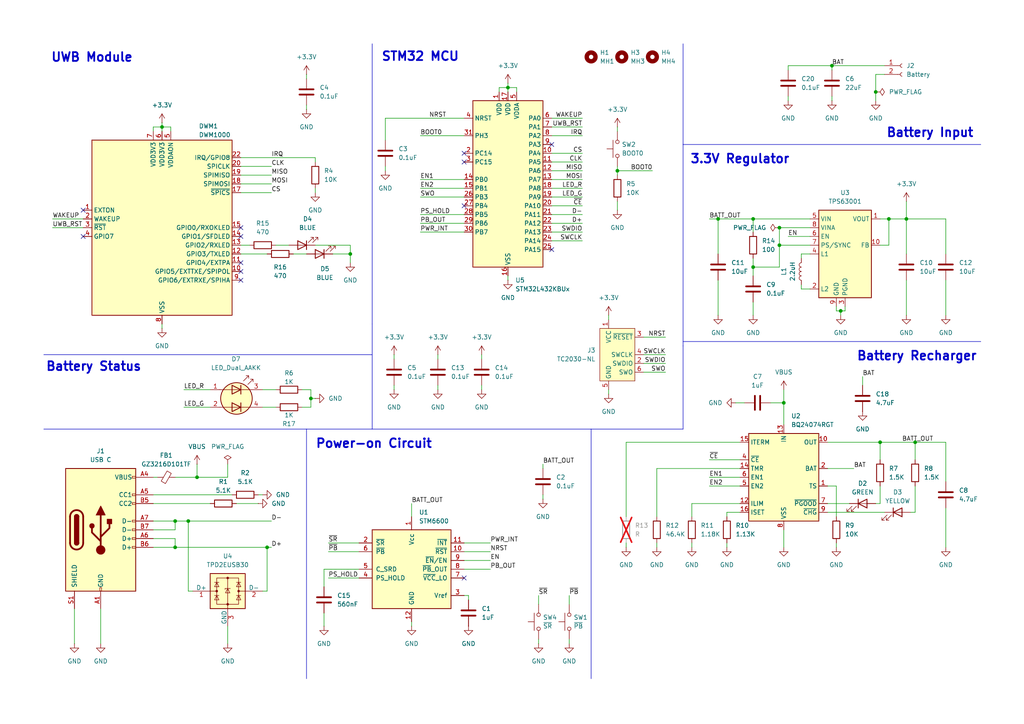
<source format=kicad_sch>
(kicad_sch (version 20250114) (generator "eeschema") (generator_version "9.0")
  (paper "A4")
  (title_block (title "UWB Anchor") (date "2025-09-13") (company "Nicolas Farabegoli"))
  (text "3.3V Regulator" (at 214.63 46.228 0) (effects (font (size 2.54 2.54) (thickness 0.508) (bold yes))))
  (text "Battery Recharger" (at 265.938 103.378 0) (effects (font (size 2.54 2.54) (thickness 0.508) (bold yes))))
  (text "Power-on Circuit" (at 108.458 128.778 0) (effects (font (size 2.54 2.54) (thickness 0.508) (bold yes))))
  (text "STM32 MCU" (at 121.92 16.51 0) (effects (font (size 2.54 2.54) (thickness 0.508) (bold yes))))
  (text "Battery Status" (at 27.178 106.426 0) (effects (font (size 2.54 2.54) (thickness 0.508) (bold yes))))
  (text "Battery Input" (at 269.748 38.608 0) (effects (font (size 2.54 2.54) (thickness 0.508) (bold yes))))
  (text "UWB Module" (at 26.67 16.764 0) (effects (font (size 2.54 2.54) (thickness 0.508) (bold yes))))
  (junction (at 46.99 36.83))
  (junction (at 227.33 116.84))
  (junction (at 50.8 151.13))
  (junction (at 54.61 151.13))
  (junction (at 226.06 66.04))
  (junction (at 262.89 63.5))
  (junction (at 255.27 128.27))
  (junction (at 101.6 73.66))
  (junction (at 50.8 158.75))
  (junction (at 226.06 71.12))
  (junction (at 147.32 25.4))
  (junction (at 257.81 63.5))
  (junction (at 265.43 128.27))
  (junction (at 179.07 49.53))
  (junction (at 218.44 63.5))
  (junction (at 218.44 77.47))
  (junction (at 241.3 19.05))
  (junction (at 57.15 138.43))
  (junction (at 90.17 115.57))
  (junction (at 254 26.67))
  (junction (at 77.47 158.75))
  (junction (at 243.84 90.17))
  (junction (at 208.28 63.5))
  (no_connect (at 160.02 41.91))
  (no_connect (at 134.62 44.45))
  (no_connect (at 69.85 76.2))
  (no_connect (at 134.62 46.99))
  (no_connect (at 134.62 167.64))
  (no_connect (at 69.85 78.74))
  (no_connect (at 69.85 68.58))
  (no_connect (at 160.02 72.39))
  (no_connect (at 24.13 60.96))
  (no_connect (at 69.85 66.04))
  (no_connect (at 134.62 59.69))
  (no_connect (at 24.13 68.58))
  (no_connect (at 69.85 81.28))
  (wire (pts (xy 88.9 30.48) (xy 88.9 31.75)))
  (wire (pts (xy 240.03 148.59) (xy 256.54 148.59)))
  (wire (pts (xy 179.07 58.42) (xy 179.07 60.96)))
  (wire (pts (xy 127 111.76) (xy 127 113.03)))
  (wire (pts (xy 90.17 115.57) (xy 91.44 115.57)))
  (wire (pts (xy 190.5 157.48) (xy 190.5 158.75)))
  (wire (pts (xy 21.59 176.53) (xy 21.59 186.69)))
  (wire (pts (xy 44.45 158.75) (xy 50.8 158.75)))
  (wire (pts (xy 227.33 116.84) (xy 227.33 123.19)))
  (wire (pts (xy 226.06 66.04) (xy 234.95 66.04)))
  (wire (pts (xy 218.44 77.47) (xy 218.44 80.01)))
  (wire (pts (xy 80.01 71.12) (xy 83.82 71.12)))
  (wire (pts (xy 243.84 90.17) (xy 245.11 90.17)))
  (wire (pts (xy 95.25 160.02) (xy 104.14 160.02)))
  (wire (pts (xy 181.61 157.48) (xy 181.61 158.75)))
  (wire (pts (xy 264.16 148.59) (xy 265.43 148.59)))
  (wire (pts (xy 93.98 177.8) (xy 93.98 181.61)))
  (wire (pts (xy 15.24 63.5) (xy 24.13 63.5)))
  (wire (pts (xy 77.47 158.75) (xy 78.74 158.75)))
  (polyline (pts (xy 198.12 99.06) (xy 284.48 99.06)))
  (wire (pts (xy 134.62 162.56) (xy 142.24 162.56)))
  (wire (pts (xy 114.3 102.87) (xy 114.3 104.14)))
  (wire (pts (xy 255.27 63.5) (xy 257.81 63.5)))
  (wire (pts (xy 57.15 138.43) (xy 66.04 138.43)))
  (wire (pts (xy 160.02 64.77) (xy 168.91 64.77)))
  (wire (pts (xy 274.32 128.27) (xy 265.43 128.27)))
  (wire (pts (xy 226.06 66.04) (xy 226.06 71.12)))
  (wire (pts (xy 44.45 138.43) (xy 45.72 138.43)))
  (wire (pts (xy 96.52 73.66) (xy 101.6 73.66)))
  (wire (pts (xy 205.74 138.43) (xy 214.63 138.43)))
  (wire (pts (xy 214.63 146.05) (xy 200.66 146.05)))
  (wire (pts (xy 210.82 148.59) (xy 210.82 149.86)))
  (wire (pts (xy 49.53 38.1) (xy 49.53 36.83)))
  (wire (pts (xy 44.45 143.51) (xy 67.31 143.51)))
  (wire (pts (xy 241.3 19.05) (xy 256.54 19.05)))
  (polyline (pts (xy 198.12 41.91) (xy 284.48 41.91)))
  (wire (pts (xy 242.57 140.97) (xy 242.57 149.86)))
  (wire (pts (xy 241.3 19.05) (xy 241.3 20.32)))
  (wire (pts (xy 186.69 107.95) (xy 193.04 107.95)))
  (wire (pts (xy 44.45 38.1) (xy 44.45 36.83)))
  (wire (pts (xy 160.02 67.31) (xy 168.91 67.31)))
  (wire (pts (xy 134.62 160.02) (xy 142.24 160.02)))
  (wire (pts (xy 50.8 151.13) (xy 54.61 151.13)))
  (wire (pts (xy 46.99 36.83) (xy 46.99 38.1)))
  (wire (pts (xy 165.1 185.42) (xy 165.1 186.69)))
  (wire (pts (xy 240.03 140.97) (xy 242.57 140.97)))
  (wire (pts (xy 241.3 27.94) (xy 241.3 29.21)))
  (polyline (pts (xy 12.7 102.87) (xy 107.95 102.87)))
  (wire (pts (xy 218.44 74.93) (xy 218.44 77.47)))
  (wire (pts (xy 265.43 148.59) (xy 265.43 140.97)))
  (wire (pts (xy 44.45 146.05) (xy 60.96 146.05)))
  (wire (pts (xy 274.32 147.32) (xy 274.32 158.75)))
  (wire (pts (xy 121.92 57.15) (xy 134.62 57.15)))
  (wire (pts (xy 111.76 34.29) (xy 134.62 34.29)))
  (wire (pts (xy 121.92 64.77) (xy 134.62 64.77)))
  (wire (pts (xy 101.6 71.12) (xy 101.6 73.66)))
  (polyline (pts (xy 107.95 93.98) (xy 107.95 124.46)))
  (polyline (pts (xy 88.9 124.46) (xy 88.9 196.85)))
  (wire (pts (xy 227.33 113.03) (xy 227.33 116.84)))
  (wire (pts (xy 121.92 54.61) (xy 134.62 54.61)))
  (wire (pts (xy 77.47 158.75) (xy 77.47 171.45)))
  (wire (pts (xy 127 102.87) (xy 127 104.14)))
  (wire (pts (xy 274.32 139.7) (xy 274.32 128.27)))
  (wire (pts (xy 245.11 90.17) (xy 245.11 88.9)))
  (wire (pts (xy 101.6 73.66) (xy 101.6 76.2)))
  (wire (pts (xy 262.89 81.28) (xy 262.89 91.44)))
  (wire (pts (xy 168.91 34.29) (xy 160.02 34.29)))
  (wire (pts (xy 228.6 19.05) (xy 228.6 20.32)))
  (wire (pts (xy 76.2 113.03) (xy 80.01 113.03)))
  (wire (pts (xy 147.32 80.01) (xy 147.32 81.28)))
  (wire (pts (xy 88.9 21.59) (xy 88.9 22.86)))
  (wire (pts (xy 226.06 71.12) (xy 234.95 71.12)))
  (wire (pts (xy 227.33 153.67) (xy 227.33 158.75)))
  (wire (pts (xy 232.41 83.82) (xy 232.41 82.55)))
  (wire (pts (xy 255.27 71.12) (xy 257.81 71.12)))
  (wire (pts (xy 176.53 91.44) (xy 176.53 92.71)))
  (wire (pts (xy 46.99 93.98) (xy 46.99 95.25)))
  (wire (pts (xy 200.66 146.05) (xy 200.66 149.86)))
  (wire (pts (xy 160.02 69.85) (xy 168.91 69.85)))
  (wire (pts (xy 147.32 25.4) (xy 147.32 26.67)))
  (wire (pts (xy 55.88 171.45) (xy 54.61 171.45)))
  (wire (pts (xy 168.91 46.99) (xy 160.02 46.99)))
  (polyline (pts (xy 171.45 124.46) (xy 198.12 124.46)))
  (wire (pts (xy 160.02 57.15) (xy 168.91 57.15)))
  (wire (pts (xy 50.8 158.75) (xy 77.47 158.75)))
  (wire (pts (xy 57.15 134.62) (xy 57.15 138.43)))
  (wire (pts (xy 54.61 151.13) (xy 78.74 151.13)))
  (wire (pts (xy 69.85 53.34) (xy 78.74 53.34)))
  (wire (pts (xy 165.1 172.72) (xy 165.1 175.26)))
  (polyline (pts (xy 198.12 124.46) (xy 198.12 100.33)))
  (polyline (pts (xy 107.95 12.7) (xy 107.95 93.98)))
  (wire (pts (xy 54.61 151.13) (xy 54.61 171.45)))
  (wire (pts (xy 255.27 128.27) (xy 265.43 128.27)))
  (wire (pts (xy 186.69 97.79) (xy 193.04 97.79)))
  (wire (pts (xy 168.91 52.07) (xy 160.02 52.07)))
  (wire (pts (xy 226.06 77.47) (xy 218.44 77.47)))
  (wire (pts (xy 139.7 102.87) (xy 139.7 104.14)))
  (wire (pts (xy 240.03 146.05) (xy 246.38 146.05)))
  (wire (pts (xy 223.52 116.84) (xy 227.33 116.84)))
  (wire (pts (xy 134.62 165.1) (xy 142.24 165.1)))
  (wire (pts (xy 205.74 63.5) (xy 208.28 63.5)))
  (wire (pts (xy 250.19 109.22) (xy 250.19 111.76)))
  (polyline (pts (xy 171.45 124.46) (xy 171.45 196.85)))
  (wire (pts (xy 168.91 59.69) (xy 160.02 59.69)))
  (wire (pts (xy 149.86 25.4) (xy 147.32 25.4)))
  (wire (pts (xy 121.92 67.31) (xy 134.62 67.31)))
  (wire (pts (xy 168.91 39.37) (xy 160.02 39.37)))
  (wire (pts (xy 228.6 27.94) (xy 228.6 29.21)))
  (wire (pts (xy 254 146.05) (xy 255.27 146.05)))
  (wire (pts (xy 254 26.67) (xy 254 29.21)))
  (wire (pts (xy 50.8 138.43) (xy 57.15 138.43)))
  (wire (pts (xy 218.44 87.63) (xy 218.44 91.44)))
  (wire (pts (xy 256.54 21.59) (xy 254 21.59)))
  (wire (pts (xy 95.25 157.48) (xy 104.14 157.48)))
  (wire (pts (xy 262.89 73.66) (xy 262.89 63.5)))
  (wire (pts (xy 49.53 36.83) (xy 46.99 36.83)))
  (wire (pts (xy 119.38 146.05) (xy 119.38 149.86)))
  (wire (pts (xy 29.21 176.53) (xy 29.21 186.69)))
  (wire (pts (xy 218.44 63.5) (xy 234.95 63.5)))
  (wire (pts (xy 111.76 34.29) (xy 111.76 40.64)))
  (wire (pts (xy 240.03 135.89) (xy 247.65 135.89)))
  (wire (pts (xy 134.62 157.48) (xy 142.24 157.48)))
  (wire (pts (xy 90.17 113.03) (xy 90.17 115.57)))
  (wire (pts (xy 274.32 81.28) (xy 274.32 91.44)))
  (wire (pts (xy 186.69 105.41) (xy 193.04 105.41)))
  (wire (pts (xy 240.03 128.27) (xy 255.27 128.27)))
  (wire (pts (xy 15.24 66.04) (xy 24.13 66.04)))
  (polyline (pts (xy 198.12 100.33) (xy 198.12 41.91)))
  (wire (pts (xy 139.7 111.76) (xy 139.7 113.03)))
  (polyline (pts (xy 12.7 124.46) (xy 88.9 124.46)))
  (wire (pts (xy 111.76 48.26) (xy 111.76 49.53)))
  (wire (pts (xy 90.17 118.11) (xy 90.17 115.57)))
  (wire (pts (xy 218.44 63.5) (xy 218.44 67.31)))
  (wire (pts (xy 176.53 113.03) (xy 176.53 114.3)))
  (wire (pts (xy 69.85 73.66) (xy 77.47 73.66)))
  (wire (pts (xy 44.45 151.13) (xy 50.8 151.13)))
  (wire (pts (xy 46.99 35.56) (xy 46.99 36.83)))
  (wire (pts (xy 228.6 68.58) (xy 234.95 68.58)))
  (wire (pts (xy 232.41 73.66) (xy 232.41 74.93)))
  (wire (pts (xy 76.2 171.45) (xy 77.47 171.45)))
  (wire (pts (xy 121.92 39.37) (xy 134.62 39.37)))
  (wire (pts (xy 95.25 167.64) (xy 104.14 167.64)))
  (wire (pts (xy 93.98 165.1) (xy 93.98 170.18)))
  (wire (pts (xy 234.95 73.66) (xy 232.41 73.66)))
  (wire (pts (xy 69.85 48.26) (xy 78.74 48.26)))
  (wire (pts (xy 208.28 63.5) (xy 218.44 63.5)))
  (wire (pts (xy 226.06 71.12) (xy 226.06 77.47)))
  (wire (pts (xy 179.07 48.26) (xy 179.07 49.53)))
  (wire (pts (xy 205.74 133.35) (xy 214.63 133.35)))
  (wire (pts (xy 104.14 165.1) (xy 93.98 165.1)))
  (wire (pts (xy 91.44 54.61) (xy 91.44 55.88)))
  (wire (pts (xy 200.66 157.48) (xy 200.66 158.75)))
  (wire (pts (xy 44.45 36.83) (xy 46.99 36.83)))
  (wire (pts (xy 53.34 118.11) (xy 60.96 118.11)))
  (wire (pts (xy 119.38 180.34) (xy 119.38 181.61)))
  (wire (pts (xy 157.48 134.62) (xy 157.48 135.89)))
  (wire (pts (xy 179.07 36.83) (xy 179.07 38.1)))
  (wire (pts (xy 208.28 63.5) (xy 208.28 73.66)))
  (wire (pts (xy 91.44 71.12) (xy 101.6 71.12)))
  (wire (pts (xy 114.3 111.76) (xy 114.3 113.03)))
  (wire (pts (xy 160.02 62.23) (xy 168.91 62.23)))
  (wire (pts (xy 257.81 71.12) (xy 257.81 63.5)))
  (wire (pts (xy 265.43 128.27) (xy 265.43 133.35)))
  (wire (pts (xy 53.34 113.03) (xy 60.96 113.03)))
  (wire (pts (xy 210.82 157.48) (xy 210.82 158.75)))
  (wire (pts (xy 85.09 73.66) (xy 88.9 73.66)))
  (wire (pts (xy 66.04 134.62) (xy 66.04 138.43)))
  (wire (pts (xy 160.02 54.61) (xy 168.91 54.61)))
  (wire (pts (xy 257.81 63.5) (xy 262.89 63.5)))
  (wire (pts (xy 168.91 36.83) (xy 160.02 36.83)))
  (polyline (pts (xy 198.12 12.7) (xy 198.12 41.91)))
  (wire (pts (xy 157.48 143.51) (xy 157.48 144.78)))
  (wire (pts (xy 179.07 49.53) (xy 179.07 50.8)))
  (wire (pts (xy 74.93 143.51) (xy 76.2 143.51)))
  (wire (pts (xy 121.92 52.07) (xy 134.62 52.07)))
  (wire (pts (xy 135.89 172.72) (xy 135.89 173.99)))
  (wire (pts (xy 69.85 71.12) (xy 72.39 71.12)))
  (wire (pts (xy 262.89 58.42) (xy 262.89 63.5)))
  (wire (pts (xy 242.57 88.9) (xy 242.57 90.17)))
  (wire (pts (xy 234.95 83.82) (xy 232.41 83.82)))
  (wire (pts (xy 214.63 135.89) (xy 190.5 135.89)))
  (wire (pts (xy 274.32 73.66) (xy 274.32 63.5)))
  (wire (pts (xy 91.44 45.72) (xy 91.44 46.99)))
  (wire (pts (xy 87.63 113.03) (xy 90.17 113.03)))
  (wire (pts (xy 156.21 185.42) (xy 156.21 186.69)))
  (wire (pts (xy 149.86 26.67) (xy 149.86 25.4)))
  (wire (pts (xy 50.8 156.21) (xy 50.8 158.75)))
  (wire (pts (xy 147.32 24.13) (xy 147.32 25.4)))
  (wire (pts (xy 66.04 181.61) (xy 66.04 186.69)))
  (wire (pts (xy 44.45 153.67) (xy 50.8 153.67)))
  (wire (pts (xy 168.91 44.45) (xy 160.02 44.45)))
  (wire (pts (xy 214.63 148.59) (xy 210.82 148.59)))
  (wire (pts (xy 144.78 26.67) (xy 144.78 25.4)))
  (wire (pts (xy 69.85 50.8) (xy 78.74 50.8)))
  (wire (pts (xy 44.45 156.21) (xy 50.8 156.21)))
  (wire (pts (xy 255.27 128.27) (xy 255.27 133.35)))
  (wire (pts (xy 213.36 116.84) (xy 215.9 116.84)))
  (wire (pts (xy 134.62 172.72) (xy 135.89 172.72)))
  (wire (pts (xy 76.2 118.11) (xy 80.01 118.11)))
  (wire (pts (xy 87.63 118.11) (xy 90.17 118.11)))
  (wire (pts (xy 168.91 49.53) (xy 160.02 49.53)))
  (wire (pts (xy 186.69 102.87) (xy 193.04 102.87)))
  (wire (pts (xy 255.27 146.05) (xy 255.27 140.97)))
  (wire (pts (xy 50.8 153.67) (xy 50.8 151.13)))
  (wire (pts (xy 208.28 81.28) (xy 208.28 91.44)))
  (wire (pts (xy 190.5 135.89) (xy 190.5 149.86)))
  (wire (pts (xy 69.85 55.88) (xy 78.74 55.88)))
  (wire (pts (xy 254 21.59) (xy 254 26.67)))
  (wire (pts (xy 205.74 140.97) (xy 214.63 140.97)))
  (wire (pts (xy 242.57 90.17) (xy 243.84 90.17)))
  (wire (pts (xy 68.58 146.05) (xy 74.93 146.05)))
  (wire (pts (xy 144.78 25.4) (xy 147.32 25.4)))
  (wire (pts (xy 274.32 63.5) (xy 262.89 63.5)))
  (wire (pts (xy 156.21 172.72) (xy 156.21 175.26)))
  (polyline (pts (xy 88.9 124.46) (xy 171.45 124.46)))
  (wire (pts (xy 121.92 62.23) (xy 134.62 62.23)))
  (wire (pts (xy 181.61 149.86) (xy 181.61 128.27)))
  (wire (pts (xy 243.84 90.17) (xy 243.84 91.44)))
  (wire (pts (xy 179.07 49.53) (xy 189.23 49.53)))
  (wire (pts (xy 228.6 19.05) (xy 241.3 19.05)))
  (wire (pts (xy 242.57 157.48) (xy 242.57 158.75)))
  (wire (pts (xy 69.85 45.72) (xy 91.44 45.72)))
  (wire (pts (xy 181.61 128.27) (xy 214.63 128.27)))
  (label "LED_G" (at 53.34 118.11 0))
  (label "MOSI" (at 78.74 53.34 0))
  (label "MISO" (at 78.74 50.8 0))
  (label "NRST" (at 142.24 160.02 0))
  (label "PB_OUT" (at 121.92 64.77 0))
  (label "EN2" (at 121.92 54.61 0))
  (label "BOOT0" (at 189.23 49.53 180))
  (label "BAT" (at 241.3 19.05 0))
  (label "~{SR}" (at 95.25 157.48 0))
  (label "CLK" (at 168.91 46.99 180))
  (label "PS_HOLD" (at 121.92 62.23 0))
  (label "IRQ" (at 168.91 39.37 180))
  (label "IRQ" (at 78.74 45.72 0))
  (label "UWB_RST" (at 15.24 66.04 0))
  (label "MISO" (at 168.91 49.53 180))
  (label "CS" (at 78.74 55.88 0))
  (label "SWO" (at 121.92 57.15 0))
  (label "~{SR}" (at 156.21 172.72 0))
  (label "WAKEUP" (at 15.24 63.5 0))
  (label "D-" (at 168.91 62.23 180))
  (label "PWR_INT" (at 121.92 67.31 0))
  (label "EN" (at 228.6 68.58 0))
  (label "D-" (at 78.74 151.13 0))
  (label "EN1" (at 121.92 52.07 0))
  (label "CLK" (at 78.74 48.26 0))
  (label "SWCLK" (at 168.91 69.85 180))
  (label "LED_R" (at 53.34 113.03 0) (effects (font (thickness 0.1588))))
  (label "LED_G" (at 168.91 57.15 180))
  (label "~{CE}" (at 205.74 133.35 0))
  (label "SWDIO" (at 168.91 67.31 180))
  (label "PS_HOLD" (at 95.25 167.64 0))
  (label "BAT" (at 250.19 109.22 0))
  (label "~{CE}" (at 168.91 59.69 180))
  (label "D+" (at 78.74 158.75 0))
  (label "NRST" (at 124.46 34.29 0))
  (label "BATT_OUT" (at 205.74 63.5 0))
  (label "EN" (at 142.24 162.56 0))
  (label "BAT" (at 247.65 135.89 0))
  (label "EN1" (at 205.74 138.43 0))
  (label "SWO" (at 193.04 107.95 180))
  (label "PWR_INT" (at 142.24 157.48 0))
  (label "NRST" (at 193.04 97.79 180))
  (label "MOSI" (at 168.91 52.07 180))
  (label "UWB_RST" (at 168.91 36.83 180))
  (label "~{PB}" (at 165.1 172.72 0))
  (label "SWCLK" (at 193.04 102.87 180))
  (label "BATT_OUT" (at 157.48 134.62 0))
  (label "EN2" (at 205.74 140.97 0))
  (label "~{PB}" (at 95.25 160.02 0))
  (label "BATT_OUT" (at 261.62 128.27 0))
  (label "LED_R" (at 168.91 54.61 180))
  (label "BATT_OUT" (at 119.38 146.05 0))
  (label "WAKEUP" (at 168.91 34.29 180))
  (label "PB_OUT" (at 142.24 165.1 0))
  (label "BOOT0" (at 121.92 39.37 0))
  (label "CS" (at 168.91 44.45 180))
  (label "SWDIO" (at 193.04 105.41 180))
  (label "D+" (at 168.91 64.77 180))
  (symbol (lib_id "Battery_Management:BQ24074RGT") (at 227.33 138.43 0) (unit 1)
    (property "Reference" "U2" (at 229.4733 120.65 0) (effects (justify left)))
    (property "Value" "BQ24074RGT" (at 229.4733 123.19 0) (effects (justify left)))
    (property "Footprint" "Package_DFN_QFN:VQFN-16-1EP_3x3mm_P0.5mm_EP1.6x1.6mm" (effects (hide yes)))
    (property "Datasheet" "http://www.ti.com/lit/ds/symlink/bq24074.pdf" (effects (hide yes)))
    (property "Description" "USB-Friendly Li-Ion Battery Charger and Power-Path Management, VQFN-16" (effects (hide yes)))
    (property "LCSC1" "C54313" (effects (hide yes)))
  )
  (symbol (lib_id "power:GND") (at 210.82 158.75 0) (unit 1)
    (property "Reference" "#PWR024" (effects (hide yes)))
    (property "Value" "GND" (at 210.82 163.83 0))
    (property "Description" "Power symbol creates a global label with name \"GND\" , ground" (effects (hide yes)))
  )
  (symbol (lib_id "power:GND") (at 218.44 91.44 0) (unit 1)
    (property "Reference" "#PWR030" (effects (hide yes)))
    (property "Value" "GND" (at 218.44 96.52 0))
    (property "Description" "Power symbol creates a global label with name \"GND\" , ground" (effects (hide yes)))
  )
  (symbol (lib_id "power:GND") (at 242.57 158.75 0) (unit 1)
    (property "Reference" "#PWR019" (effects (hide yes)))
    (property "Value" "GND" (at 242.57 163.83 0))
    (property "Description" "Power symbol creates a global label with name \"GND\" , ground" (effects (hide yes)))
  )
  (symbol (lib_id "power:PWR_FLAG") (at 226.06 66.04 90) (unit 1)
    (property "Reference" "#FLG01" (effects (hide yes)))
    (property "Value" "PWR_FLAG" (at 222.25 66.0399 90) (effects (justify left)))
    (property "Description" "Special symbol for telling ERC where power comes from" (effects (hide yes)))
  )
  (symbol (lib_id "Power_Management:STM6600") (at 119.38 165.1 0) (unit 1)
    (property "Reference" "U1" (at 121.5233 148.59 0) (effects (justify left)))
    (property "Value" "STM6600" (at 121.5233 151.13 0) (effects (justify left)))
    (property "Footprint" "Package_DFN_QFN:TDFN-12_2x3mm_P0.5mm" (effects (hide yes)))
    (property "Datasheet" "http://www.st.com/resource/en/datasheet/stm6600.pdf" (effects (hide yes)))
    (property "Description" "Smart push-button on/off controller, power-on lockout, Low Power, 1.6-5.5V, TDFN12" (effects (hide yes)))
    (property "LCSC" "C443976" (effects (hide yes)))
  )
  (symbol (lib_id "Device:C") (at 241.3 24.13 0) (unit 1)
    (property "Reference" "C6" (at 245.11 22.8599 0) (effects (justify left)))
    (property "Value" "22uF" (at 245.11 25.3999 0) (effects (justify left)))
    (property "Footprint" "Capacitor_SMD:C_1210_3225Metric" (effects (hide yes)))
    (property "Description" "Unpolarized capacitor" (effects (hide yes)))
    (property "LCSC" "C5341638" (effects (hide yes)))
  )
  (symbol (lib_id "Device:C") (at 114.3 107.95 0) (unit 1)
    (property "Reference" "C5" (at 118.11 106.6799 0) (effects (justify left)))
    (property "Value" "0.1uF" (at 118.11 109.2199 0) (effects (justify left)))
    (property "Footprint" "Capacitor_SMD:C_0402_1005Metric" (effects (hide yes)))
    (property "Description" "Unpolarized capacitor" (effects (hide yes)))
    (property "LCSC" "C307331" (effects (hide yes)))
  )
  (symbol (lib_id "Device:C") (at 274.32 143.51 0) (unit 1)
    (property "Reference" "C8" (at 278.13 142.2399 0) (effects (justify left)))
    (property "Value" "4.7uF" (at 278.13 144.7799 0) (effects (justify left)))
    (property "Footprint" "Capacitor_SMD:C_0805_2012Metric" (effects (hide yes)))
    (property "Description" "Unpolarized capacitor" (effects (hide yes)))
    (property "LCSC" "C1779" (effects (hide yes)))
  )
  (symbol (lib_id "power:PWR_FLAG") (at 254 26.67 270) (unit 1)
    (property "Reference" "#FLG03" (effects (hide yes)))
    (property "Value" "PWR_FLAG" (at 257.81 26.6699 90) (effects (justify left)))
    (property "Description" "Special symbol for telling ERC where power comes from" (effects (hide yes)))
  )
  (symbol (lib_id "power:GND") (at 93.98 181.61 0) (unit 1)
    (property "Reference" "#PWR043" (effects (hide yes)))
    (property "Value" "GND" (at 93.98 186.69 0))
    (property "Description" "Power symbol creates a global label with name \"GND\" , ground" (effects (hide yes)))
  )
  (symbol (lib_id "Device:C") (at 88.9 26.67 0) (unit 1)
    (property "Reference" "C4" (at 92.71 25.3999 0) (effects (justify left)))
    (property "Value" "0.1uF" (at 92.71 27.9399 0) (effects (justify left)))
    (property "Footprint" "Capacitor_SMD:C_0402_1005Metric" (effects (hide yes)))
    (property "Description" "Unpolarized capacitor" (effects (hide yes)))
    (property "LCSC" "C307331" (effects (hide yes)))
  )
  (symbol (lib_id "Device:C") (at 208.28 77.47 0) (unit 1)
    (property "Reference" "C11" (at 212.09 76.1999 0) (effects (justify left)))
    (property "Value" "10uF" (at 212.09 78.7399 0) (effects (justify left)))
    (property "Footprint" "Capacitor_SMD:C_0603_1608Metric" (effects (hide yes)))
    (property "Description" "Unpolarized capacitor" (effects (hide yes)))
    (property "LCSC" "C48579272" (effects (hide yes)))
  )
  (symbol (lib_id "power:GND") (at 157.48 144.78 0) (unit 1)
    (property "Reference" "#PWR016" (effects (hide yes)))
    (property "Value" "GND" (at 157.48 149.86 0))
    (property "Description" "Power symbol creates a global label with name \"GND\" , ground" (effects (hide yes)))
  )
  (symbol (lib_id "Device:R") (at 181.61 153.67 0) (unit 1) (dnp yes)
    (property "Reference" "R13" (at 184.15 152.3999 0) (effects (justify left)))
    (property "Value" "R" (at 184.15 154.9399 0) (effects (justify left)))
    (property "Footprint" "Resistor_SMD:R_0402_1005Metric" (effects (hide yes)))
    (property "Description" "Resistor" (effects (hide yes)))
  )
  (symbol (lib_id "power:GND") (at 227.33 158.75 0) (unit 1)
    (property "Reference" "#PWR018" (effects (hide yes)))
    (property "Value" "GND" (at 227.33 163.83 0))
    (property "Description" "Power symbol creates a global label with name \"GND\" , ground" (effects (hide yes)))
  )
  (symbol (lib_id "power:+3.3V") (at 147.32 24.13 0) (unit 1)
    (property "Reference" "#PWR09" (effects (hide yes)))
    (property "Value" "+3.3V" (at 147.32 19.05 0))
    (property "Description" "Power symbol creates a global label with name \"+3.3V\"" (effects (hide yes)))
  )
  (symbol (lib_id "power:PWR_FLAG") (at 66.04 134.62 0) (unit 1)
    (property "Reference" "#FLG02" (effects (hide yes)))
    (property "Value" "PWR_FLAG" (at 66.04 129.54 0))
    (property "Description" "Special symbol for telling ERC where power comes from" (effects (hide yes)))
  )
  (symbol (lib_id "Device:R") (at 218.44 71.12 0) (unit 1)
    (property "Reference" "R14" (at 220.98 69.8499 0) (effects (justify left)))
    (property "Value" "100" (at 220.98 72.3899 0) (effects (justify left)))
    (property "Footprint" "Resistor_SMD:R_0201_0603Metric" (effects (hide yes)))
    (property "Description" "Resistor" (effects (hide yes)))
    (property "LCSC" "C22775" (effects (hide yes)))
  )
  (symbol (lib_id "Device:C") (at 157.48 139.7 0) (unit 1)
    (property "Reference" "C2" (at 161.29 138.4299 0) (effects (justify left)))
    (property "Value" "0.1uF" (at 161.29 140.9699 0) (effects (justify left)))
    (property "Footprint" "Capacitor_SMD:C_0402_1005Metric" (effects (hide yes)))
    (property "Description" "Unpolarized capacitor" (effects (hide yes)))
    (property "LCSC" "C307331" (effects (hide yes)))
  )
  (symbol (lib_id "power:GND") (at 135.89 181.61 0) (unit 1)
    (property "Reference" "#PWR012" (effects (hide yes)))
    (property "Value" "GND" (at 135.89 186.69 0))
    (property "Description" "Power symbol creates a global label with name \"GND\" , ground" (effects (hide yes)))
  )
  (symbol (lib_id "Device:R") (at 76.2 71.12 90) (unit 1)
    (property "Reference" "R15" (at 76.2 64.77 90))
    (property "Value" "470" (at 76.2 67.31 90))
    (property "Footprint" "Resistor_SMD:R_0402_1005Metric" (effects (hide yes)))
    (property "Description" "Resistor" (effects (hide yes)))
    (property "LCSC" "C25117" (effects (hide yes)))
  )
  (symbol (lib_id "power:+3.3V") (at 176.53 91.44 0) (unit 1)
    (property "Reference" "#PWR051" (effects (hide yes)))
    (property "Value" "+3.3V" (at 176.53 86.36 0))
    (property "Description" "Power symbol creates a global label with name \"+3.3V\"" (effects (hide yes)))
  )
  (symbol (lib_id "power:VBUS") (at 57.15 134.62 0) (unit 1)
    (property "Reference" "#PWR04" (effects (hide yes)))
    (property "Value" "VBUS" (at 57.15 129.54 0))
    (property "Description" "Power symbol creates a global label with name \"VBUS\"" (effects (hide yes)))
  )
  (symbol (lib_id "power:+3.3V") (at 114.3 102.87 0) (unit 1)
    (property "Reference" "#PWR037" (effects (hide yes)))
    (property "Value" "+3.3V" (at 114.3 97.79 0))
    (property "Description" "Power symbol creates a global label with name \"+3.3V\"" (effects (hide yes)))
  )
  (symbol (lib_id "power:GND") (at 262.89 91.44 0) (unit 1)
    (property "Reference" "#PWR032" (effects (hide yes)))
    (property "Value" "GND" (at 262.89 96.52 0))
    (property "Description" "Power symbol creates a global label with name \"GND\" , ground" (effects (hide yes)))
  )
  (symbol (lib_id "Device:R") (at 83.82 118.11 90) (mirror x) (unit 1)
    (property "Reference" "R17" (at 83.82 122.936 90))
    (property "Value" "1K" (at 83.82 120.396 90))
    (property "Footprint" "Resistor_SMD:R_0402_1005Metric" (effects (hide yes)))
    (property "Description" "Resistor" (effects (hide yes)))
    (property "LCSC" "C11702" (effects (hide yes)))
  )
  (symbol (lib_id "Device:C") (at 219.71 116.84 270) (unit 1)
    (property "Reference" "C7" (at 219.71 109.22 90))
    (property "Value" "1uF" (at 219.71 111.76 90))
    (property "Footprint" "Capacitor_SMD:C_0805_2012Metric" (effects (hide yes)))
    (property "Description" "Unpolarized capacitor" (effects (hide yes)))
    (property "LCSC" "C91185" (effects (hide yes)))
  )
  (symbol (lib_id "Device:R") (at 179.07 54.61 0) (unit 1)
    (property "Reference" "R5" (at 181.61 53.3399 0) (effects (justify left)))
    (property "Value" "10K" (at 181.61 55.8799 0) (effects (justify left)))
    (property "Footprint" "Resistor_SMD:R_0402_1005Metric" (effects (hide yes)))
    (property "Description" "Resistor" (effects (hide yes)))
    (property "LCSC" "C25744" (effects (hide yes)))
  )
  (symbol (lib_id "power:GND") (at 66.04 186.69 0) (unit 1)
    (property "Reference" "#PWR010" (effects (hide yes)))
    (property "Value" "GND" (at 66.04 191.77 0))
    (property "Description" "Power symbol creates a global label with name \"GND\" , ground" (effects (hide yes)))
  )
  (symbol (lib_id "power:+3.3V") (at 46.99 35.56 0) (unit 1)
    (property "Reference" "#PWR03" (effects (hide yes)))
    (property "Value" "+3.3V" (at 46.99 30.48 0))
    (property "Description" "Power symbol creates a global label with name \"+3.3V\"" (effects (hide yes)))
  )
  (symbol (lib_id "Device:C") (at 135.89 177.8 0) (unit 1)
    (property "Reference" "C1" (at 139.7 176.5299 0) (effects (justify left)))
    (property "Value" "1uF" (at 139.7 179.0699 0) (effects (justify left)))
    (property "Footprint" "Capacitor_SMD:C_0402_1005Metric" (effects (hide yes)))
    (property "Description" "Unpolarized capacitor" (effects (hide yes)))
    (property "LCSC" "C14445" (effects (hide yes)))
  )
  (symbol (lib_id "power:GND") (at 46.99 95.25 0) (unit 1)
    (property "Reference" "#PWR01" (effects (hide yes)))
    (property "Value" "GND" (at 46.99 100.33 0))
    (property "Description" "Power symbol creates a global label with name \"GND\" , ground" (effects (hide yes)))
  )
  (symbol (lib_id "Device:R") (at 265.43 137.16 0) (unit 1)
    (property "Reference" "R8" (at 267.97 135.8899 0) (effects (justify left)))
    (property "Value" "1.5K" (at 267.97 138.4299 0) (effects (justify left)))
    (property "Footprint" "Resistor_SMD:R_0402_1005Metric" (effects (hide yes)))
    (property "Description" "Resistor" (effects (hide yes)))
    (property "LCSC" "C25867" (effects (hide yes)))
  )
  (symbol (lib_id "Device:R") (at 200.66 153.67 0) (unit 1)
    (property "Reference" "R11" (at 203.2 152.3999 0) (effects (justify left)))
    (property "Value" "1.18K" (at 203.2 154.9399 0) (effects (justify left)))
    (property "Footprint" "Resistor_SMD:R_0402_1005Metric" (effects (hide yes)))
    (property "Description" "Resistor" (effects (hide yes)))
    (property "LCSC" "C270651" (effects (hide yes)))
  )
  (symbol (lib_id "Device:R") (at 83.82 113.03 90) (unit 1)
    (property "Reference" "R6" (at 83.82 108.204 90))
    (property "Value" "1K" (at 83.82 110.744 90))
    (property "Footprint" "Resistor_SMD:R_0402_1005Metric" (effects (hide yes)))
    (property "Description" "Resistor" (effects (hide yes)))
    (property "LCSC" "C11702" (effects (hide yes)))
  )
  (symbol (lib_id "power:GND") (at 101.6 76.2 0) (unit 1)
    (property "Reference" "#PWR017" (effects (hide yes)))
    (property "Value" "GND" (at 101.6 81.28 0))
    (property "Description" "Power symbol creates a global label with name \"GND\" , ground" (effects (hide yes)))
  )
  (symbol (lib_id "power:GND") (at 88.9 31.75 0) (unit 1)
    (property "Reference" "#PWR035" (effects (hide yes)))
    (property "Value" "GND" (at 88.9 36.83 0))
    (property "Description" "Power symbol creates a global label with name \"GND\" , ground" (effects (hide yes)))
  )
  (symbol (lib_id "power:GND") (at 76.2 143.51 90) (unit 1)
    (property "Reference" "#PWR06" (effects (hide yes)))
    (property "Value" "GND" (at 80.01 143.5099 90) (effects (justify right)))
    (property "Description" "Power symbol creates a global label with name \"GND\" , ground" (effects (hide yes)))
  )
  (symbol (lib_id "Device:LED") (at 87.63 71.12 180) (unit 1)
    (property "Reference" "D4" (at 89.2175 63.5 0))
    (property "Value" "BLUE" (at 89.2175 66.04 0))
    (property "Footprint" "LED_SMD:LED_0402_1005Metric" (effects (hide yes)))
    (property "Description" "Light emitting diode" (effects (hide yes)))
    (property "Sim.Pins" "1=K 2=A" (effects (hide yes)))
    (property "LCSC" "C130724" (effects (hide yes)))
  )
  (symbol (lib_id "Device:C") (at 139.7 107.95 0) (unit 1)
    (property "Reference" "C14" (at 143.51 106.6799 0) (effects (justify left)))
    (property "Value" "0.1uF" (at 143.51 109.2199 0) (effects (justify left)))
    (property "Footprint" "Capacitor_SMD:C_0402_1005Metric" (effects (hide yes)))
    (property "Description" "Unpolarized capacitor" (effects (hide yes)))
    (property "LCSC" "C307331" (effects (hide yes)))
  )
  (symbol (lib_id "Device:C") (at 127 107.95 0) (unit 1)
    (property "Reference" "C13" (at 130.81 106.6799 0) (effects (justify left)))
    (property "Value" "0.1uF" (at 130.81 109.2199 0) (effects (justify left)))
    (property "Footprint" "Capacitor_SMD:C_0402_1005Metric" (effects (hide yes)))
    (property "Description" "Unpolarized capacitor" (effects (hide yes)))
    (property "LCSC" "C307331" (effects (hide yes)))
  )
  (symbol (lib_id "power:GND") (at 21.59 186.69 0) (unit 1)
    (property "Reference" "#PWR07" (effects (hide yes)))
    (property "Value" "GND" (at 21.59 191.77 0))
    (property "Description" "Power symbol creates a global label with name \"GND\" , ground" (effects (hide yes)))
  )
  (symbol (lib_id "Mechanical:MountingHole") (at 189.23 16.51 0) (unit 1) (in_bom no)
    (property "Reference" "H4" (at 191.77 15.2399 0) (effects (justify left)))
    (property "Value" "MH4" (at 191.77 17.7799 0) (effects (justify left)))
    (property "Footprint" "MountingHole:MountingHole_3.2mm_M3_Pad" (effects (hide yes)))
    (property "Description" "Mounting Hole without connection" (effects (hide yes)))
  )
  (symbol (lib_id "Regulator_Switching:TPS63001") (at 245.11 73.66 0) (unit 1)
    (property "Reference" "U3" (at 245.11 55.88 0))
    (property "Value" "TPS63001" (at 245.11 58.42 0))
    (property "Footprint" "Package_SON:Texas_DRC0010J_ThermalVias" (effects (hide yes)))
    (property "Datasheet" "http://www.ti.com/lit/ds/symlink/tps63000.pdf" (effects (hide yes)))
    (property "Description" "Buck-Boost Converter, 1.8-5.5V Input Voltage, 1.7A Switch Current, 3.3V Output Voltage, VSON-10" (effects (hide yes)))
    (property "LCSC" "C28060" (effects (hide yes)))
  )
  (symbol (lib_id "power:GND") (at 250.19 119.38 0) (unit 1)
    (property "Reference" "#PWR055" (effects (hide yes)))
    (property "Value" "GND" (at 250.19 124.46 0))
    (property "Description" "Power symbol creates a global label with name \"GND\" , ground" (effects (hide yes)))
  )
  (symbol (lib_id "Device:R") (at 210.82 153.67 0) (unit 1)
    (property "Reference" "R10" (at 213.36 152.3999 0) (effects (justify left)))
    (property "Value" "1.13K" (at 213.36 154.9399 0) (effects (justify left)))
    (property "Footprint" "Resistor_SMD:R_0402_1005Metric" (effects (hide yes)))
    (property "Description" "Resistor" (effects (hide yes)))
    (property "LCSC" "C67014" (effects (hide yes)))
  )
  (symbol (lib_id "power:GND") (at 213.36 116.84 270) (unit 1)
    (property "Reference" "#PWR022" (effects (hide yes)))
    (property "Value" "GND" (at 209.55 116.8399 90) (effects (justify right)))
    (property "Description" "Power symbol creates a global label with name \"GND\" , ground" (effects (hide yes)))
  )
  (symbol (lib_id "Device:LED") (at 260.35 148.59 0) (unit 1)
    (property "Reference" "D3" (at 260.35 142.748 0))
    (property "Value" "YELLOW" (at 260.35 145.288 0))
    (property "Footprint" "LED_SMD:LED_0402_1005Metric" (effects (hide yes)))
    (property "Description" "Light emitting diode" (effects (hide yes)))
    (property "Sim.Pins" "1=K 2=A" (effects (hide yes)))
    (property "LCSC" "C136118" (effects (hide yes)))
  )
  (symbol (lib_id "Device:R") (at 255.27 137.16 0) (unit 1)
    (property "Reference" "R7" (at 257.81 135.8899 0) (effects (justify left)))
    (property "Value" "1.5K" (at 257.81 138.4299 0) (effects (justify left)))
    (property "Footprint" "Resistor_SMD:R_0402_1005Metric" (effects (hide yes)))
    (property "Description" "Resistor" (effects (hide yes)))
    (property "LCSC" "C25867" (effects (hide yes)))
  )
  (symbol (lib_id "power:GND") (at 127 113.03 0) (unit 1)
    (property "Reference" "#PWR040" (effects (hide yes)))
    (property "Value" "GND" (at 127 118.11 0))
    (property "Description" "Power symbol creates a global label with name \"GND\" , ground" (effects (hide yes)))
  )
  (symbol (lib_id "power:GND") (at 119.38 181.61 0) (unit 1)
    (property "Reference" "#PWR011" (effects (hide yes)))
    (property "Value" "GND" (at 119.38 186.69 0))
    (property "Description" "Power symbol creates a global label with name \"GND\" , ground" (effects (hide yes)))
  )
  (symbol (lib_id "power:GND") (at 114.3 113.03 0) (unit 1)
    (property "Reference" "#PWR038" (effects (hide yes)))
    (property "Value" "GND" (at 114.3 118.11 0))
    (property "Description" "Power symbol creates a global label with name \"GND\" , ground" (effects (hide yes)))
  )
  (symbol (lib_id "Mechanical:MountingHole") (at 180.34 16.51 0) (unit 1) (in_bom no)
    (property "Reference" "H3" (at 182.88 15.2399 0) (effects (justify left)))
    (property "Value" "MH3" (at 182.88 17.7799 0) (effects (justify left)))
    (property "Footprint" "MountingHole:MountingHole_3.2mm_M3_Pad" (effects (hide yes)))
    (property "Description" "Mounting Hole without connection" (effects (hide yes)))
  )
  (symbol (lib_id "power:GND") (at 29.21 186.69 0) (unit 1)
    (property "Reference" "#PWR02" (effects (hide yes)))
    (property "Value" "GND" (at 29.21 191.77 0))
    (property "Description" "Power symbol creates a global label with name \"GND\" , ground" (effects (hide yes)))
  )
  (symbol (lib_id "power:GND") (at 74.93 146.05 90) (unit 1)
    (property "Reference" "#PWR05" (effects (hide yes)))
    (property "Value" "GND" (at 78.74 146.0499 90) (effects (justify right)))
    (property "Description" "Power symbol creates a global label with name \"GND\" , ground" (effects (hide yes)))
  )
  (symbol (lib_id "Connector:USB_C_Receptacle_USB2.0_14P") (at 29.21 153.67 0) (unit 1)
    (property "Reference" "J1" (at 29.21 130.81 0))
    (property "Value" "USB C" (at 29.21 133.35 0))
    (property "Footprint" "Connector_USB:USB_C_Receptacle_XKB_U262-16XN-4BVC11" (effects (hide yes)))
    (property "Datasheet" "https://www.usb.org/sites/default/files/documents/usb_type-c.zip" (effects (hide yes)))
    (property "Description" "USB 2.0-only 14P Type-C Receptacle connector" (effects (hide yes)))
    (property "LCSC" "  C319148 " (effects (hide yes)))
  )
  (symbol (lib_id "power:GND") (at 91.44 115.57 90) (unit 1)
    (property "Reference" "#PWR015" (effects (hide yes)))
    (property "Value" "GND" (at 95.25 115.5699 90) (effects (justify right)))
    (property "Description" "Power symbol creates a global label with name \"GND\" , ground" (effects (hide yes)))
  )
  (symbol (lib_id "power:GND") (at 147.32 81.28 0) (unit 1)
    (property "Reference" "#PWR049" (effects (hide yes)))
    (property "Value" "GND" (at 147.32 86.36 0))
    (property "Description" "Power symbol creates a global label with name \"GND\" , ground" (effects (hide yes)))
  )
  (symbol (lib_id "Device:R") (at 81.28 73.66 90) (unit 1)
    (property "Reference" "R16" (at 81.28 77.47 90))
    (property "Value" "470" (at 81.28 80.01 90))
    (property "Footprint" "Resistor_SMD:R_0402_1005Metric" (effects (hide yes)))
    (property "Description" "Resistor" (effects (hide yes)))
    (property "LCSC" "C25117" (effects (hide yes)))
  )
  (symbol (lib_id "power:GND") (at 139.7 113.03 0) (unit 1)
    (property "Reference" "#PWR042" (effects (hide yes)))
    (property "Value" "GND" (at 139.7 118.11 0))
    (property "Description" "Power symbol creates a global label with name \"GND\" , ground" (effects (hide yes)))
  )
  (symbol (lib_id "Device:C") (at 93.98 173.99 0) (unit 1)
    (property "Reference" "C15" (at 97.79 172.7199 0) (effects (justify left)))
    (property "Value" "560nF" (at 97.79 175.2599 0) (effects (justify left)))
    (property "Footprint" "Capacitor_SMD:C_0402_1005Metric" (effects (hide yes)))
    (property "Description" "Unpolarized capacitor" (effects (hide yes)))
    (property "LCSC" "C162174" (effects (hide yes)))
  )
  (symbol (lib_id "Device:FerriteBead_Small") (at 48.26 138.43 90) (unit 1)
    (property "Reference" "FB1" (at 48.2219 132.08 90))
    (property "Value" "GZ3216D101TF" (at 48.2219 134.62 90))
    (property "Footprint" "Inductor_SMD:L_1206_3216Metric" (effects (hide yes)))
    (property "Description" "Ferrite bead, small symbol" (effects (hide yes)))
    (property "LCSC" "C369799" (effects (hide yes)))
  )
  (symbol (lib_id "power:GND") (at 208.28 91.44 0) (unit 1)
    (property "Reference" "#PWR031" (effects (hide yes)))
    (property "Value" "GND" (at 208.28 96.52 0))
    (property "Description" "Power symbol creates a global label with name \"GND\" , ground" (effects (hide yes)))
  )
  (symbol (lib_id "Device:C") (at 111.76 44.45 0) (unit 1)
    (property "Reference" "C3" (at 115.57 43.1799 0) (effects (justify left)))
    (property "Value" "0.1uF" (at 115.57 45.7199 0) (effects (justify left)))
    (property "Footprint" "Capacitor_SMD:C_0402_1005Metric" (effects (hide yes)))
    (property "Description" "Unpolarized capacitor" (effects (hide yes)))
    (property "LCSC" "C307331" (effects (hide yes)))
  )
  (symbol (lib_id "Device:R") (at 242.57 153.67 0) (unit 1)
    (property "Reference" "R9" (at 245.11 152.3999 0) (effects (justify left)))
    (property "Value" "10K" (at 245.11 154.9399 0) (effects (justify left)))
    (property "Footprint" "Resistor_SMD:R_0402_1005Metric" (effects (hide yes)))
    (property "Description" "Resistor" (effects (hide yes)))
    (property "LCSC" "C25744" (effects (hide yes)))
  )
  (symbol (lib_id "Device:C") (at 218.44 83.82 0) (unit 1)
    (property "Reference" "C9" (at 222.25 82.5499 0) (effects (justify left)))
    (property "Value" "0.1uF" (at 222.25 85.0899 0) (effects (justify left)))
    (property "Footprint" "Capacitor_SMD:C_0201_0603Metric" (effects (hide yes)))
    (property "Description" "Unpolarized capacitor" (effects (hide yes)))
    (property "LCSC" "C14663" (effects (hide yes)))
  )
  (symbol (lib_id "power:+3.3V") (at 262.89 58.42 0) (unit 1)
    (property "Reference" "#PWR033" (effects (hide yes)))
    (property "Value" "+3.3V" (at 262.89 53.34 0))
    (property "Description" "Power symbol creates a global label with name \"+3.3V\"" (effects (hide yes)))
  )
  (symbol (lib_id "power:VBUS") (at 227.33 113.03 0) (unit 1)
    (property "Reference" "#PWR023" (effects (hide yes)))
    (property "Value" "VBUS" (at 227.33 107.95 0))
    (property "Description" "Power symbol creates a global label with name \"VBUS\"" (effects (hide yes)))
  )
  (symbol (lib_id "Device:C") (at 228.6 24.13 0) (unit 1)
    (property "Reference" "C20" (at 232.41 22.8599 0) (effects (justify left)))
    (property "Value" "0.1uF" (at 232.41 25.3999 0) (effects (justify left)))
    (property "Footprint" "Capacitor_SMD:C_0805_2012Metric" (effects (hide yes)))
    (property "Description" "Unpolarized capacitor" (effects (hide yes)))
    (property "LCSC" "C49678" (effects (hide yes)))
  )
  (symbol (lib_id "power:GND") (at 111.76 49.53 0) (unit 1)
    (property "Reference" "#PWR054" (effects (hide yes)))
    (property "Value" "GND" (at 111.76 54.61 0))
    (property "Description" "Power symbol creates a global label with name \"GND\" , ground" (effects (hide yes)))
  )
  (symbol (lib_id "power:GND") (at 241.3 29.21 0) (unit 1)
    (property "Reference" "#PWR021" (effects (hide yes)))
    (property "Value" "GND" (at 241.3 34.29 0))
    (property "Description" "Power symbol creates a global label with name \"GND\" , ground" (effects (hide yes)))
  )
  (symbol (lib_id "MCU_ST_STM32L4:STM32L432KBUx") (at 147.32 54.61 0) (unit 1)
    (property "Reference" "U5" (at 149.4633 81.28 0) (effects (justify left)))
    (property "Value" "STM32L432KBUx" (at 149.4633 83.82 0) (effects (justify left)))
    (property "Footprint" "Package_DFN_QFN:QFN-32-1EP_5x5mm_P0.5mm_EP3.45x3.45mm" (effects (hide yes)))
    (property "Datasheet" "https://www.st.com/resource/en/datasheet/stm32l432kb.pdf" (effects (hide yes)))
    (property "Description" "STMicroelectronics Arm Cortex-M4 MCU, 128KB flash, 64KB RAM, 80 MHz, 1.71-3.6V, 26 GPIO, UFQFPN32" (effects (hide yes)))
    (property "LCSC" "C94784" (effects (hide yes)))
  )
  (symbol (lib_id "Device:R") (at 91.44 50.8 0) (unit 1)
    (property "Reference" "R4" (at 93.98 49.5299 0) (effects (justify left)))
    (property "Value" "10K" (at 93.98 52.0699 0) (effects (justify left)))
    (property "Footprint" "Resistor_SMD:R_0402_1005Metric" (effects (hide yes)))
    (property "Description" "Resistor" (effects (hide yes)))
    (property "LCSC" "C25744" (effects (hide yes)))
  )
  (symbol (lib_id "Device:R") (at 190.5 153.67 0) (unit 1)
    (property "Reference" "R12" (at 193.04 152.3999 0) (effects (justify left)))
    (property "Value" "46.4K" (at 193.04 154.9399 0) (effects (justify left)))
    (property "Footprint" "Resistor_SMD:R_0402_1005Metric" (effects (hide yes)))
    (property "Description" "Resistor" (effects (hide yes)))
    (property "LCSC" "C52378" (effects (hide yes)))
  )
  (symbol (lib_id "power:GND") (at 228.6 29.21 0) (unit 1)
    (property "Reference" "#PWR057" (effects (hide yes)))
    (property "Value" "GND" (at 228.6 34.29 0))
    (property "Description" "Power symbol creates a global label with name \"GND\" , ground" (effects (hide yes)))
  )
  (symbol (lib_id "power:+3.3V") (at 88.9 21.59 0) (unit 1)
    (property "Reference" "#PWR036" (effects (hide yes)))
    (property "Value" "+3.3V" (at 88.9 16.51 0))
    (property "Description" "Power symbol creates a global label with name \"+3.3V\"" (effects (hide yes)))
  )
  (symbol (lib_id "Device:R") (at 71.12 143.51 90) (unit 1)
    (property "Reference" "R2" (at 71.12 137.16 90))
    (property "Value" "5.1K" (at 71.12 139.7 90))
    (property "Footprint" "Resistor_SMD:R_0402_1005Metric" (effects (hide yes)))
    (property "Description" "Resistor" (effects (hide yes)))
    (property "LCSC" "C25905" (effects (hide yes)))
  )
  (symbol (lib_id "power:GND") (at 165.1 186.69 0) (unit 1)
    (property "Reference" "#PWR053" (effects (hide yes)))
    (property "Value" "GND" (at 165.1 191.77 0))
    (property "Description" "Power symbol creates a global label with name \"GND\" , ground" (effects (hide yes)))
  )
  (symbol (lib_id "RF_Module:DWM1000") (at 46.99 66.04 0) (unit 1)
    (property "Reference" "DWM1" (at 57.658 36.576 0) (effects (justify left)))
    (property "Value" "DWM1000" (at 57.658 39.116 0) (effects (justify left)))
    (property "Footprint" "RF_Module:DWM1000" (effects (hide yes)))
    (property "Datasheet" "https://www.decawave.com/sites/default/files/resources/dwm1000-datasheet-v1.3.pdf" (effects (hide yes)))
    (property "Description" "Ultra wide band RF module With ranging location capabilities" (effects (hide yes)))
  )
  (symbol (lib_id "Switch:SW_Push") (at 179.07 43.18 90) (unit 1)
    (property "Reference" "SW2" (at 180.34 41.9099 90) (effects (justify right)))
    (property "Value" "BOOT0" (at 180.34 44.4499 90) (effects (justify right)))
    (property "Footprint" "Button_Switch_SMD:SW_SPST_B3U-1000P" (effects (hide yes)))
    (property "Description" "Push button switch, generic, two pins" (effects (hide yes)))
    (property "LCSC" "C231329" (effects (hide yes)))
  )
  (symbol (lib_id "Device:C") (at 250.19 115.57 0) (unit 1)
    (property "Reference" "C18" (at 254 114.2999 0) (effects (justify left)))
    (property "Value" "4.7uF" (at 254 116.8399 0) (effects (justify left)))
    (property "Footprint" "Capacitor_SMD:C_0805_2012Metric" (effects (hide yes)))
    (property "Description" "Unpolarized capacitor" (effects (hide yes)))
    (property "LCSC" "C1779" (effects (hide yes)))
  )
  (symbol (lib_id "Switch:SW_Push") (at 165.1 180.34 90) (unit 1)
    (property "Reference" "SW1" (at 166.37 179.0699 90) (effects (justify right)))
    (property "Value" "~{PB}" (at 166.37 181.6099 90) (effects (justify right)))
    (property "Footprint" "Button_Switch_SMD:SW_SPST_B3U-1000P" (effects (hide yes)))
    (property "Description" "Push button switch, generic, two pins" (effects (hide yes)))
    (property "LCSC" "C231329" (effects (hide yes)))
  )
  (symbol (lib_id "Mechanical:MountingHole") (at 171.45 16.51 0) (unit 1) (in_bom no)
    (property "Reference" "H1" (at 173.99 15.2399 0) (effects (justify left)))
    (property "Value" "MH1" (at 173.99 17.7799 0) (effects (justify left)))
    (property "Footprint" "MountingHole:MountingHole_3.2mm_M3_Pad" (effects (hide yes)))
    (property "Description" "Mounting Hole without connection" (effects (hide yes)))
  )
  (symbol (lib_id "power:GND") (at 274.32 91.44 0) (unit 1)
    (property "Reference" "#PWR034" (effects (hide yes)))
    (property "Value" "GND" (at 274.32 96.52 0))
    (property "Description" "Power symbol creates a global label with name \"GND\" , ground" (effects (hide yes)))
  )
  (symbol (lib_id "power:+3.3V") (at 179.07 36.83 0) (unit 1)
    (property "Reference" "#PWR014" (effects (hide yes)))
    (property "Value" "+3.3V" (at 179.07 31.75 0))
    (property "Description" "Power symbol creates a global label with name \"+3.3V\"" (effects (hide yes)))
  )
  (symbol (lib_id "Power_Protection:TPD2EUSB30") (at 66.04 171.45 0) (unit 1)
    (property "Reference" "U4" (at 66.04 161.29 0))
    (property "Value" "TPD2EUSB30" (at 66.04 163.83 0))
    (property "Footprint" "Package_TO_SOT_SMD:Texas_DRT-3" (effects (hide yes)))
    (property "Datasheet" "http://www.ti.com/lit/ds/symlink/tpd2eusb30a.pdf" (effects (hide yes)))
    (property "Description" "2-Channel ESD Protection for Super-Speed USB 3.0 Interface, DRT-3" (effects (hide yes)))
    (property "LCSC" "C97502" (effects (hide yes)))
  )
  (symbol (lib_id "power:GND") (at 200.66 158.75 0) (unit 1)
    (property "Reference" "#PWR025" (effects (hide yes)))
    (property "Value" "GND" (at 200.66 163.83 0))
    (property "Description" "Power symbol creates a global label with name \"GND\" , ground" (effects (hide yes)))
  )
  (symbol (lib_id "Device:R") (at 64.77 146.05 90) (unit 1)
    (property "Reference" "R1" (at 64.77 139.7 90))
    (property "Value" "5.1K" (at 64.77 142.24 90))
    (property "Footprint" "Resistor_SMD:R_0402_1005Metric" (effects (hide yes)))
    (property "Description" "Resistor" (effects (hide yes)))
    (property "LCSC" "C25905" (effects (hide yes)))
  )
  (symbol (lib_id "power:GND") (at 156.21 186.69 0) (unit 1)
    (property "Reference" "#PWR052" (effects (hide yes)))
    (property "Value" "GND" (at 156.21 191.77 0))
    (property "Description" "Power symbol creates a global label with name \"GND\" , ground" (effects (hide yes)))
  )
  (symbol (lib_id "power:+3.3V") (at 127 102.87 0) (unit 1)
    (property "Reference" "#PWR039" (effects (hide yes)))
    (property "Value" "+3.3V" (at 127 97.79 0))
    (property "Description" "Power symbol creates a global label with name \"+3.3V\"" (effects (hide yes)))
  )
  (symbol (lib_id "power:GND") (at 176.53 114.3 0) (unit 1)
    (property "Reference" "#PWR050" (effects (hide yes)))
    (property "Value" "GND" (at 176.53 119.38 0))
    (property "Description" "Power symbol creates a global label with name \"GND\" , ground" (effects (hide yes)))
  )
  (symbol (lib_id "power:+3.3V") (at 139.7 102.87 0) (unit 1)
    (property "Reference" "#PWR041" (effects (hide yes)))
    (property "Value" "+3.3V" (at 139.7 97.79 0))
    (property "Description" "Power symbol creates a global label with name \"+3.3V\"" (effects (hide yes)))
  )
  (symbol (lib_id "Device:C") (at 274.32 77.47 0) (unit 1)
    (property "Reference" "C12" (at 278.13 76.1999 0) (effects (justify left)))
    (property "Value" "10uF" (at 278.13 78.7399 0) (effects (justify left)))
    (property "Footprint" "Capacitor_SMD:C_0603_1608Metric" (effects (hide yes)))
    (property "Description" "Unpolarized capacitor" (effects (hide yes)))
    (property "LCSC" "C48579272" (effects (hide yes)))
  )
  (symbol (lib_id "Device:L") (at 232.41 78.74 180) (unit 1)
    (property "Reference" "L1" (at 227.33 78.74 90))
    (property "Value" "2.2uH" (at 229.87 78.74 90))
    (property "Footprint" "Inductor_SMD:L_Coilcraft_LPS3010" (effects (hide yes)))
    (property "Description" "Inductor" (effects (hide yes)))
    (property "LCSC" "C5350399" (effects (hide yes)))
  )
  (symbol (lib_id "Device:LED") (at 250.19 146.05 0) (unit 1)
    (property "Reference" "D2" (at 250.19 140.208 0))
    (property "Value" "GREEN" (at 250.19 142.748 0))
    (property "Footprint" "LED_SMD:LED_0402_1005Metric" (effects (hide yes)))
    (property "Description" "Light emitting diode" (effects (hide yes)))
    (property "Sim.Pins" "1=K 2=A" (effects (hide yes)))
    (property "LCSC" "C130723" (effects (hide yes)))
  )
  (symbol (lib_id "Device:LED_Dual_AAKK") (at 68.58 115.57 0) (unit 1)
    (property "Reference" "D7" (at 68.453 104.14 0))
    (property "Value" "LED_Dual_AAKK" (at 68.453 106.68 0))
    (property "Footprint" "LED_SMD:LED_LiteOn_LTST-C295K_1.6x0.8mm" (effects (hide yes)))
    (property "Description" "Dual LED, cathodes on pins 3 and 4" (effects (hide yes)))
    (property "LCSC" "C284909" (effects (hide yes)))
  )
  (symbol (lib_id "power:GND") (at 179.07 60.96 0) (unit 1)
    (property "Reference" "#PWR013" (effects (hide yes)))
    (property "Value" "GND" (at 179.07 66.04 0))
    (property "Description" "Power symbol creates a global label with name \"GND\" , ground" (effects (hide yes)))
  )
  (symbol (lib_id "power:GND") (at 91.44 55.88 0) (unit 1)
    (property "Reference" "#PWR08" (effects (hide yes)))
    (property "Value" "GND" (at 91.44 60.96 0))
    (property "Description" "Power symbol creates a global label with name \"GND\" , ground" (effects (hide yes)))
  )
  (symbol (lib_id "power:GND") (at 190.5 158.75 0) (unit 1)
    (property "Reference" "#PWR026" (effects (hide yes)))
    (property "Value" "GND" (at 190.5 163.83 0))
    (property "Description" "Power symbol creates a global label with name \"GND\" , ground" (effects (hide yes)))
  )
  (symbol (lib_id "power:GND") (at 274.32 158.75 0) (unit 1)
    (property "Reference" "#PWR027" (effects (hide yes)))
    (property "Value" "GND" (at 274.32 163.83 0))
    (property "Description" "Power symbol creates a global label with name \"GND\" , ground" (effects (hide yes)))
  )
  (symbol (lib_id "Switch:SW_Push") (at 156.21 180.34 90) (unit 1)
    (property "Reference" "SW4" (at 157.48 179.0699 90) (effects (justify right)))
    (property "Value" "~{SR}" (at 157.48 181.6099 90) (effects (justify right)))
    (property "Footprint" "Button_Switch_SMD:SW_SPST_B3U-1000P" (effects (hide yes)))
    (property "Description" "Push button switch, generic, two pins" (effects (hide yes)))
    (property "LCSC" "C231329" (effects (hide yes)))
  )
  (symbol (lib_id "Device:C") (at 262.89 77.47 0) (unit 1)
    (property "Reference" "C10" (at 266.7 76.1999 0) (effects (justify left)))
    (property "Value" "10uF" (at 266.7 78.7399 0) (effects (justify left)))
    (property "Footprint" "Capacitor_SMD:C_0603_1608Metric" (effects (hide yes)))
    (property "Description" "Unpolarized capacitor" (effects (hide yes)))
    (property "LCSC" "C48579272" (effects (hide yes)))
  )
  (symbol (lib_id "power:GND") (at 254 29.21 0) (unit 1)
    (property "Reference" "#PWR020" (effects (hide yes)))
    (property "Value" "GND" (at 254 34.29 0))
    (property "Description" "Power symbol creates a global label with name \"GND\" , ground" (effects (hide yes)))
  )
  (symbol (lib_id "Device:LED") (at 92.71 73.66 180) (unit 1)
    (property "Reference" "D5" (at 94.234 77.978 0))
    (property "Value" "BLUE" (at 94.234 80.518 0))
    (property "Footprint" "LED_SMD:LED_0402_1005Metric" (effects (hide yes)))
    (property "Description" "Light emitting diode" (effects (hide yes)))
    (property "Sim.Pins" "1=K 2=A" (effects (hide yes)))
    (property "LCSC" "C130724" (effects (hide yes)))
  )
  (symbol (lib_id "Connector:Conn_01x02_Socket") (at 261.62 19.05 0) (unit 1)
    (property "Reference" "J2" (at 262.89 19.0499 0) (effects (justify left)))
    (property "Value" "Battery" (at 262.89 21.5899 0) (effects (justify left)))
    (property "Footprint" "Connector_JST:JST_PH_S2B-PH-SM4-TB_1x02-1MP_P2.00mm_Horizontal" (effects (hide yes)))
    (property "Description" "Generic connector, single row, 01x02, script generated" (effects (hide yes)))
    (property "LCSC" "C295747" (effects (hide yes)))
  )
  (symbol (lib_id "power:GND") (at 243.84 91.44 0) (unit 1)
    (property "Reference" "#PWR029" (effects (hide yes)))
    (property "Value" "GND" (at 243.84 96.52 0))
    (property "Description" "Power symbol creates a global label with name \"GND\" , ground" (effects (hide yes)))
  )
  (symbol (lib_id "Connector:Conn_ARM_SWD_TagConnect_TC2030-NL") (at 179.07 102.87 0) (unit 1) (in_bom no)
    (property "Reference" "J3" (at 172.72 101.5999 0) (effects (justify right)))
    (property "Value" "TC2030-NL" (at 172.72 104.1399 0) (effects (justify right)))
    (property "Footprint" "Connector:Tag-Connect_TC2030-IDC-NL_2x03_P1.27mm_Vertical" (effects (hide yes)))
    (property "Datasheet" "https://www.tag-connect.com/wp-content/uploads/bsk-pdf-manager/TC2030-CTX_1.pdf" (effects (hide yes)))
    (property "Description" "Tag-Connect ARM Cortex SWD JTAG connector, 6 pin, no legs" (effects (hide yes)))
  )
  (symbol (lib_id "power:GND") (at 181.61 158.75 0) (unit 1)
    (property "Reference" "#PWR028" (effects (hide yes)))
    (property "Value" "GND" (at 181.61 163.83 0))
    (property "Description" "Power symbol creates a global label with name \"GND\" , ground" (effects (hide yes)))
  )
)
</source>
